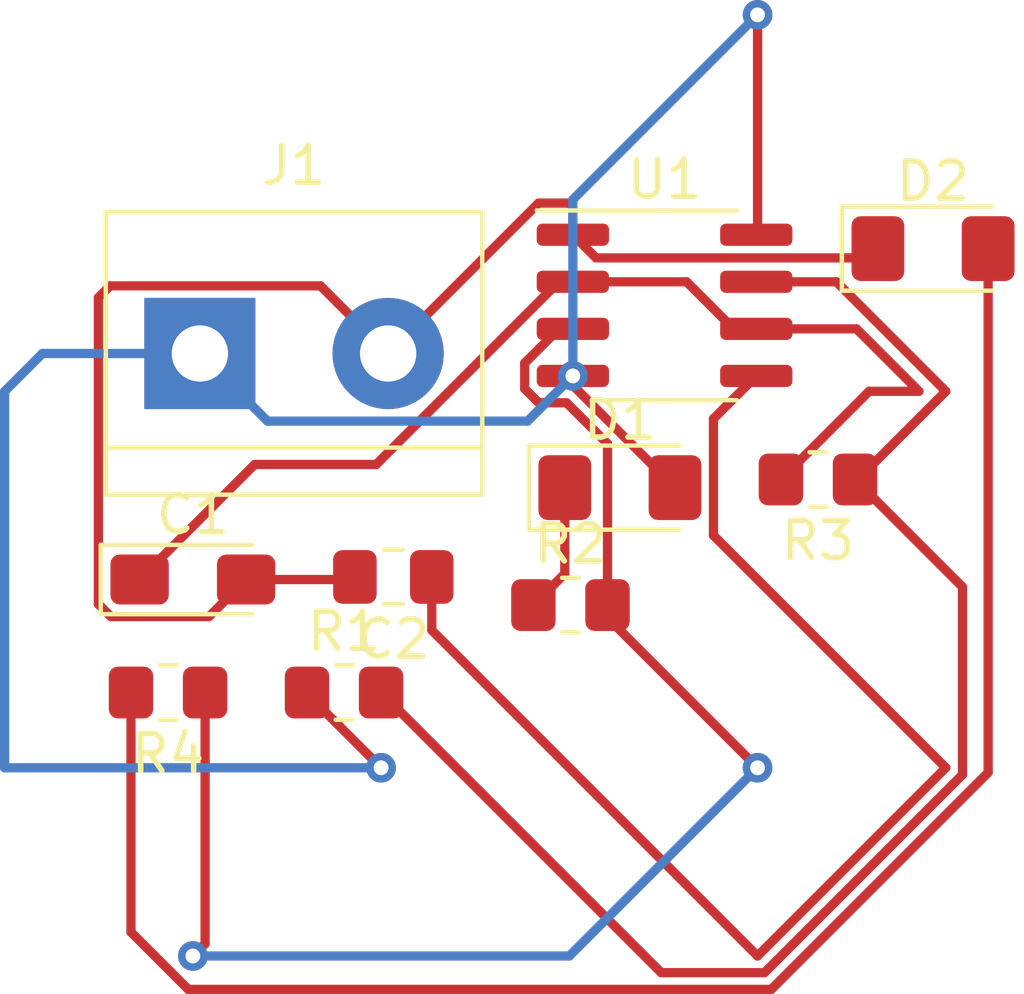
<source format=kicad_pcb>
(kicad_pcb (version 20211014) (generator pcbnew)
  (layers (0 "F.Cu" signal) (31 "B.Cu" signal) (34 "B.Paste" user) (35 "F.Paste" user) (36 "B.SilkS" user "B.Silkscreen") (37 "F.SilkS" user "F.Silkscreen") (38 "B.Mask" user) (39 "F.Mask" user) (44 "Edge.Cuts" user))
  (net 0 "")
  (net 1 "/Pin_2")
  (net 2 "GND")
  (net 3 "Net-(C2-Pad1)")
  (net 4 "Net-(D1-Pad1)")
  (net 5 "+9V")
  (net 6 "Net-(D2-Pad2)")
  (net 7 "/Pin_7")
  (net 8 "/Pin_3")
  (footprint "TerminalBlock:TerminalBlock_bornier-2_P5.08mm" (layer "F.Cu") (at 25.59 24.38)
    (fp_text reference "J1" (at 2.54 -5.08) (layer "F.SilkS"))
    (fp_text value " ")
    (fp_line (start -2.54 -3.81) (end -2.54 3.81) (layer "F.SilkS") (width 0.12))
    (fp_line (start 7.62 -3.81) (end -2.54 -3.81) (layer "F.SilkS") (width 0.12))
    (fp_line (start 7.62 3.81) (end 7.62 -3.81) (layer "F.SilkS") (width 0.12))
    (fp_line (start -2.54 3.81) (end 7.62 3.81) (layer "F.SilkS") (width 0.12))
    (fp_line (start 7.62 2.54) (end -2.54 2.54) (layer "F.SilkS") (width 0.12))
    (pad "1" thru_hole rect (at 0 0) (size 3 3) (drill 1.52) (layers *.Cu *.Mask) (net 5 "+9V"))
    (pad "2" thru_hole circle (at 5.08 0) (size 3 3) (drill 1.52) (layers *.Cu *.Mask) (net 2 "GND"))
  )
  (footprint "LED_SMD:LED_1206_3216Metric_Pad1.42x1.75mm_HandSolder" (layer "F.Cu") (at 45.375 21.55)
    (fp_text reference "D2" (at 0 -1.82) (layer "F.SilkS"))
    (fp_text value "LED")
    (fp_line (start -2.46 1.135) (end 1.6 1.135) (layer "F.SilkS") (width 0.12))
    (fp_line (start -2.46 -1.135) (end -2.46 1.135) (layer "F.SilkS") (width 0.12))
    (fp_line (start 1.6 -1.135) (end -2.46 -1.135) (layer "F.SilkS") (width 0.12))
    (pad "1" smd roundrect (at -1.4875 0) (size 1.425 1.75) (layers "F.Cu" "F.Paste" "F.Mask") (roundrect_rratio 0.1754392982) (net 2 "GND"))
    (pad "2" smd roundrect (at 1.4875 0) (size 1.425 1.75) (layers "F.Cu" "F.Paste" "F.Mask") (roundrect_rratio 0.1754392982) (net 6 "Net-(D2-Pad2)"))
  )
  (footprint "Resistor_SMD:R_0805_2012Metric_Pad1.20x1.40mm_HandSolder" (layer "F.Cu") (at 29.48 33.53)
    (fp_text reference "R1" (at 0 -1.65) (layer "F.SilkS"))
    (fp_text value "1k")
    (fp_line (start -0.227064 -0.735) (end 0.227064 -0.735) (layer "F.SilkS") (width 0.12))
    (fp_line (start -0.227064 0.735) (end 0.227064 0.735) (layer "F.SilkS") (width 0.12))
    (pad "1" smd roundrect (at -1 0) (size 1.2 1.4) (layers "F.Cu" "F.Paste" "F.Mask") (roundrect_rratio 0.2083333333) (net 5 "+9V"))
    (pad "2" smd roundrect (at 1 0) (size 1.2 1.4) (layers "F.Cu" "F.Paste" "F.Mask") (roundrect_rratio 0.2083333333) (net 7 "/Pin_7"))
  )
  (footprint "Resistor_SMD:R_0805_2012Metric_Pad1.20x1.40mm_HandSolder" (layer "F.Cu") (at 42.27 27.78 180)
    (fp_text reference "R3" (at 0 -1.65) (layer "F.SilkS"))
    (fp_text value "1k")
    (fp_line (start -0.227064 0.735) (end 0.227064 0.735) (layer "F.SilkS") (width 0.12))
    (fp_line (start -0.227064 -0.735) (end 0.227064 -0.735) (layer "F.SilkS") (width 0.12))
    (pad "1" smd roundrect (at -1 0 180) (size 1.2 1.4) (layers "F.Cu" "F.Paste" "F.Mask") (roundrect_rratio 0.2083333333) (net 7 "/Pin_7"))
    (pad "2" smd roundrect (at 1 0 180) (size 1.2 1.4) (layers "F.Cu" "F.Paste" "F.Mask") (roundrect_rratio 0.2083333333) (net 1 "/Pin_2"))
  )
  (footprint "Resistor_SMD:R_0805_2012Metric_Pad1.20x1.40mm_HandSolder" (layer "F.Cu") (at 24.73 33.53 180)
    (fp_text reference "R4" (at 0 -1.65) (layer "F.SilkS"))
    (fp_text value "1k")
    (fp_line (start -0.227064 -0.735) (end 0.227064 -0.735) (layer "F.SilkS") (width 0.12))
    (fp_line (start -0.227064 0.735) (end 0.227064 0.735) (layer "F.SilkS") (width 0.12))
    (pad "1" smd roundrect (at -1 0 180) (size 1.2 1.4) (layers "F.Cu" "F.Paste" "F.Mask") (roundrect_rratio 0.2083333333) (net 8 "/Pin_3"))
    (pad "2" smd roundrect (at 1 0 180) (size 1.2 1.4) (layers "F.Cu" "F.Paste" "F.Mask") (roundrect_rratio 0.2083333333) (net 6 "Net-(D2-Pad2)"))
  )
  (footprint "Resistor_SMD:R_0805_2012Metric_Pad1.20x1.40mm_HandSolder" (layer "F.Cu") (at 35.59 31.17)
    (fp_text reference "R2" (at 0 -1.65) (layer "F.SilkS"))
    (fp_text value "1k")
    (fp_line (start -0.227064 0.735) (end 0.227064 0.735) (layer "F.SilkS") (width 0.12))
    (fp_line (start -0.227064 -0.735) (end 0.227064 -0.735) (layer "F.SilkS") (width 0.12))
    (pad "1" smd roundrect (at -1 0) (size 1.2 1.4) (layers "F.Cu" "F.Paste" "F.Mask") (roundrect_rratio 0.2083333333) (net 4 "Net-(D1-Pad1)"))
    (pad "2" smd roundrect (at 1 0) (size 1.2 1.4) (layers "F.Cu" "F.Paste" "F.Mask") (roundrect_rratio 0.2083333333) (net 8 "/Pin_3"))
  )
  (footprint "Package_SO:SOIC-8_3.9x4.9mm_P1.27mm" (layer "F.Cu") (at 38.13 23.08)
    (fp_text reference "U1" (at 0 -3.4) (layer "F.SilkS"))
    (fp_text value " ")
    (fp_line (start 0 -2.56) (end -3.45 -2.56) (layer "F.SilkS") (width 0.12))
    (fp_line (start 0 2.56) (end -1.95 2.56) (layer "F.SilkS") (width 0.12))
    (fp_line (start 0 -2.56) (end 1.95 -2.56) (layer "F.SilkS") (width 0.12))
    (fp_line (start 0 2.56) (end 1.95 2.56) (layer "F.SilkS") (width 0.12))
    (pad "1" smd roundrect (at -2.475 -1.905) (size 1.95 0.6) (layers "F.Cu" "F.Paste" "F.Mask") (net 2 "GND"))
    (pad "2" smd roundrect (at -2.475 -0.635) (size 1.95 0.6) (layers "F.Cu" "F.Paste" "F.Mask") (net 1 "/Pin_2"))
    (pad "3" smd roundrect (at -2.475 0.635) (size 1.95 0.6) (layers "F.Cu" "F.Paste" "F.Mask") (net 8 "/Pin_3"))
    (pad "4" smd roundrect (at -2.475 1.905) (size 1.95 0.6) (layers "F.Cu" "F.Paste" "F.Mask") (net 5 "+9V"))
    (pad "5" smd roundrect (at 2.475 1.905) (size 1.95 0.6) (layers "F.Cu" "F.Paste" "F.Mask") (net 3 "Net-(C2-Pad1)"))
    (pad "6" smd roundrect (at 2.475 0.635) (size 1.95 0.6) (layers "F.Cu" "F.Paste" "F.Mask") (net 1 "/Pin_2"))
    (pad "7" smd roundrect (at 2.475 -0.635) (size 1.95 0.6) (layers "F.Cu" "F.Paste" "F.Mask") (net 7 "/Pin_7"))
    (pad "8" smd roundrect (at 2.475 -1.905) (size 1.95 0.6) (layers "F.Cu" "F.Paste" "F.Mask") (net 5 "+9V"))
  )
  (footprint "Capacitor_SMD:C_0805_2012Metric_Pad1.18x1.45mm_HandSolder" (layer "F.Cu") (at 30.81 30.41 180)
    (fp_text reference "C2" (at 0 -1.68) (layer "F.SilkS"))
    (fp_text value "0.01uF")
    (fp_line (start -0.261252 0.735) (end 0.261252 0.735) (layer "F.SilkS") (width 0.12))
    (fp_line (start -0.261252 -0.735) (end 0.261252 -0.735) (layer "F.SilkS") (width 0.12))
    (pad "1" smd roundrect (at -1.0375 0 180) (size 1.175 1.45) (layers "F.Cu" "F.Paste" "F.Mask") (roundrect_rratio 0.2127659574) (net 3 "Net-(C2-Pad1)"))
    (pad "2" smd roundrect (at 1.0375 0 180) (size 1.175 1.45) (layers "F.Cu" "F.Paste" "F.Mask") (roundrect_rratio 0.2127659574) (net 2 "GND"))
  )
  (footprint "LED_SMD:LED_1206_3216Metric_Pad1.42x1.75mm_HandSolder" (layer "F.Cu") (at 36.925 28)
    (fp_text reference "D1" (at 0 -1.82) (layer "F.SilkS"))
    (fp_text value "LED")
    (fp_line (start -2.46 1.135) (end 1.6 1.135) (layer "F.SilkS") (width 0.12))
    (fp_line (start -2.46 -1.135) (end -2.46 1.135) (layer "F.SilkS") (width 0.12))
    (fp_line (start 1.6 -1.135) (end -2.46 -1.135) (layer "F.SilkS") (width 0.12))
    (pad "1" smd roundrect (at -1.4875 0) (size 1.425 1.75) (layers "F.Cu" "F.Paste" "F.Mask") (roundrect_rratio 0.1754392982) (net 4 "Net-(D1-Pad1)"))
    (pad "2" smd roundrect (at 1.4875 0) (size 1.425 1.75) (layers "F.Cu" "F.Paste" "F.Mask") (roundrect_rratio 0.1754392982) (net 5 "+9V"))
  )
  (footprint "Capacitor_Tantalum_SMD:CP_EIA-3216-18_Kemet-A_Pad1.58x1.35mm_HandSolder" (layer "F.Cu") (at 25.4 30.48)
    (fp_text reference "C1" (at 0 -1.75) (layer "F.SilkS"))
    (fp_text value "10uF")
    (fp_line (start 1.6 -0.935) (end -2.485 -0.935) (layer "F.SilkS") (width 0.12))
    (fp_line (start -2.485 0.935) (end 1.6 0.935) (layer "F.SilkS") (width 0.12))
    (fp_line (start -2.485 -0.935) (end -2.485 0.935) (layer "F.SilkS") (width 0.12))
    (pad "1" smd roundrect (at -1.4375 0) (size 1.575 1.35) (layers "F.Cu" "F.Paste" "F.Mask") (roundrect_rratio 0.1851851852) (net 1 "/Pin_2"))
    (pad "2" smd roundrect (at 1.4375 0) (size 1.575 1.35) (layers "F.Cu" "F.Paste" "F.Mask") (roundrect_rratio 0.1851851852) (net 2 "GND"))
  )
  (segment (start 43.31 23.715) (end 44.995 25.4) (width 0.25) (layer "F.Cu") (net 1))
  (segment (start 27.067424 27.375076) (end 23.9625 30.48) (width 0.25) (layer "F.Cu") (net 1))
  (segment (start 38.725 22.445) (end 39.995 23.715) (width 0.25) (layer "F.Cu") (net 1))
  (segment (start 35.278249 22.445) (end 30.348173 27.375076) (width 0.25) (layer "F.Cu") (net 1))
  (segment (start 43.65 25.4) (end 41.27 27.78) (width 0.25) (layer "F.Cu") (net 1))
  (segment (start 40.605 23.715) (end 43.31 23.715) (width 0.25) (layer "F.Cu") (net 1))
  (segment (start 35.655 22.445) (end 35.278249 22.445) (width 0.25) (layer "F.Cu") (net 1))
  (segment (start 35.655 22.445) (end 35.18594 22.445) (width 0.25) (layer "F.Cu") (net 1))
  (segment (start 30.348173 27.375076) (end 27.067424 27.375076) (width 0.25) (layer "F.Cu") (net 1))
  (segment (start 35.655 22.445) (end 38.725 22.445) (width 0.25) (layer "F.Cu") (net 1))
  (segment (start 39.995 23.715) (end 40.605 23.715) (width 0.25) (layer "F.Cu") (net 1))
  (segment (start 44.995 25.4) (end 43.65 25.4) (width 0.25) (layer "F.Cu") (net 1))
  (segment (start 23.186827 31.48) (end 25.8375 31.48) (width 0.25) (layer "F.Cu") (net 2))
  (segment (start 29.7025 30.48) (end 29.7725 30.41) (width 0.25) (layer "F.Cu") (net 2))
  (segment (start 35.56 20.32) (end 35.655 20.415) (width 0.25) (layer "F.Cu") (net 2))
  (segment (start 34.73 20.32) (end 35.56 20.32) (width 0.25) (layer "F.Cu") (net 2))
  (segment (start 35.655 21.175) (end 36.28 21.8) (width 0.25) (layer "F.Cu") (net 2))
  (segment (start 35.655 20.415) (end 35.655 21.175) (width 0.25) (layer "F.Cu") (net 2))
  (segment (start 22.85 22.87) (end 22.85 31.143173) (width 0.25) (layer "F.Cu") (net 2))
  (segment (start 43.6375 21.8) (end 43.8875 21.55) (width 0.25) (layer "F.Cu") (net 2))
  (segment (start 36.28 21.8) (end 43.6375 21.8) (width 0.25) (layer "F.Cu") (net 2))
  (segment (start 28.845 22.555) (end 23.165 22.555) (width 0.25) (layer "F.Cu") (net 2))
  (segment (start 30.67 24.38) (end 34.73 20.32) (width 0.25) (layer "F.Cu") (net 2))
  (segment (start 30.67 24.38) (end 28.845 22.555) (width 0.25) (layer "F.Cu") (net 2))
  (segment (start 25.8375 31.48) (end 26.8375 30.48) (width 0.25) (layer "F.Cu") (net 2))
  (segment (start 23.165 22.555) (end 22.85 22.87) (width 0.25) (layer "F.Cu") (net 2))
  (segment (start 26.8375 30.48) (end 29.7025 30.48) (width 0.25) (layer "F.Cu") (net 2))
  (segment (start 22.85 31.143173) (end 23.186827 31.48) (width 0.25) (layer "F.Cu") (net 2))
  (segment (start 39.45 26.14) (end 39.45 29.29) (width 0.25) (layer "F.Cu") (net 3))
  (segment (start 40.64 40.64) (end 31.8475 31.8475) (width 0.25) (layer "F.Cu") (net 3))
  (segment (start 45.72 35.56) (end 40.64 40.64) (width 0.25) (layer "F.Cu") (net 3))
  (segment (start 39.45 29.29) (end 45.72 35.56) (width 0.25) (layer "F.Cu") (net 3))
  (segment (start 40.605 24.985) (end 39.45 26.14) (width 0.25) (layer "F.Cu") (net 3))
  (segment (start 31.8475 31.8475) (end 31.8475 30.41) (width 0.25) (layer "F.Cu") (net 3))
  (segment (start 34.59 31.17) (end 35.4375 30.3225) (width 0.25) (layer "F.Cu") (net 4))
  (segment (start 35.4375 30.3225) (end 35.4375 28) (width 0.25) (layer "F.Cu") (net 4))
  (segment (start 28.48 33.56) (end 30.48 35.56) (width 0.25) (layer "F.Cu") (net 5))
  (segment (start 28.48 33.53) (end 28.48 33.56) (width 0.25) (layer "F.Cu") (net 5))
  (segment (start 40.64 21.14) (end 40.605 21.175) (width 0.25) (layer "F.Cu") (net 5))
  (segment (start 40.64 15.24) (end 40.64 21.14) (width 0.25) (layer "F.Cu") (net 5))
  (segment (start 35.655 25.2425) (end 38.4125 28) (width 0.25) (layer "F.Cu") (net 5))
  (segment (start 35.655 24.985) (end 35.655 25.2425) (width 0.25) (layer "F.Cu") (net 5))
  (via (at 30.48 35.56) (size 0.8) (drill 0.4) (layers "F.Cu" "B.Cu") (net 5))
  (via (at 40.64 15.24) (size 0.8) (drill 0.4) (layers "F.Cu" "B.Cu") (net 5))
  (via (at 35.655 24.985) (size 0.8) (drill 0.4) (layers "F.Cu" "B.Cu") (net 5))
  (segment (start 21.34 24.38) (end 20.32 25.4) (width 0.25) (layer "B.Cu") (net 5))
  (segment (start 20.32 25.4) (end 20.32 35.56) (width 0.25) (layer "B.Cu") (net 5))
  (segment (start 27.415 26.205) (end 25.59 24.38) (width 0.25) (layer "B.Cu") (net 5))
  (segment (start 35.655 20.225) (end 40.64 15.24) (width 0.25) (layer "B.Cu") (net 5))
  (segment (start 30.48 35.56) (end 20.32 35.56) (width 0.25) (layer "B.Cu") (net 5))
  (segment (start 35.655 24.985) (end 34.435 26.205) (width 0.25) (layer "B.Cu") (net 5))
  (segment (start 35.655 24.985) (end 35.655 20.225) (width 0.25) (layer "B.Cu") (net 5))
  (segment (start 25.59 24.38) (end 21.34 24.38) (width 0.25) (layer "B.Cu") (net 5))
  (segment (start 34.435 26.205) (end 27.415 26.205) (width 0.25) (layer "B.Cu") (net 5))
  (segment (start 46.8625 35.690292) (end 46.8625 21.55) (width 0.25) (layer "F.Cu") (net 6))
  (segment (start 25.274695 41.54) (end 41.012792 41.54) (width 0.25) (layer "F.Cu") (net 6))
  (segment (start 41.012792 41.54) (end 46.8625 35.690292) (width 0.25) (layer "F.Cu") (net 6))
  (segment (start 23.73 33.53) (end 23.73 39.995305) (width 0.25) (layer "F.Cu") (net 6))
  (segment (start 23.73 39.995305) (end 25.274695 41.54) (width 0.25) (layer "F.Cu") (net 6))
  (segment (start 46.17 35.746396) (end 46.17 30.68) (width 0.25) (layer "F.Cu") (net 7))
  (segment (start 40.826396 41.09) (end 46.17 35.746396) (width 0.25) (layer "F.Cu") (net 7))
  (segment (start 40.605 22.445) (end 42.764998 22.445) (width 0.25) (layer "F.Cu") (net 7))
  (segment (start 30.48 33.53) (end 38.04 41.09) (width 0.25) (layer "F.Cu") (net 7))
  (segment (start 45.72 25.4) (end 43.34 27.78) (width 0.25) (layer "F.Cu") (net 7))
  (segment (start 42.764998 22.445) (end 45.72 25.4) (width 0.25) (layer "F.Cu") (net 7))
  (segment (start 38.04 41.09) (end 40.826396 41.09) (width 0.25) (layer "F.Cu") (net 7))
  (segment (start 43.34 27.78) (end 43.27 27.78) (width 0.25) (layer "F.Cu") (net 7))
  (segment (start 46.17 30.68) (end 43.27 27.78) (width 0.25) (layer "F.Cu") (net 7))
  (segment (start 36.59 26.813896) (end 36.59 31.17) (width 0.25) (layer "F.Cu") (net 8))
  (segment (start 25.73 33.53) (end 25.73 40.31) (width 0.25) (layer "F.Cu") (net 8))
  (segment (start 36.59 31.51) (end 40.64 35.56) (width 0.25) (layer "F.Cu") (net 8))
  (segment (start 36.59 31.17) (end 36.59 31.51) (width 0.25) (layer "F.Cu") (net 8))
  (segment (start 34.355 24.638249) (end 34.355 25.331751) (width 0.25) (layer "F.Cu") (net 8))
  (segment (start 34.733249 25.71) (end 35.486104 25.71) (width 0.25) (layer "F.Cu") (net 8))
  (segment (start 34.355 25.331751) (end 34.733249 25.71) (width 0.25) (layer "F.Cu") (net 8))
  (segment (start 35.486104 25.71) (end 36.59 26.813896) (width 0.25) (layer "F.Cu") (net 8))
  (segment (start 35.278249 23.715) (end 34.355 24.638249) (width 0.25) (layer "F.Cu") (net 8))
  (segment (start 25.73 40.31) (end 25.4 40.64) (width 0.25) (layer "F.Cu") (net 8))
  (segment (start 35.655 23.715) (end 35.278249 23.715) (width 0.25) (layer "F.Cu") (net 8))
  (via (at 25.4 40.64) (size 0.8) (drill 0.4) (layers "F.Cu" "B.Cu") (net 8))
  (via (at 40.64 35.56) (size 0.8) (drill 0.4) (layers "F.Cu" "B.Cu") (net 8))
  (segment (start 25.4 40.64) (end 35.56 40.64) (width 0.25) (layer "B.Cu") (net 8))
  (segment (start 35.56 40.64) (end 40.64 35.56) (width 0.25) (layer "B.Cu") (net 8))
)
</source>
